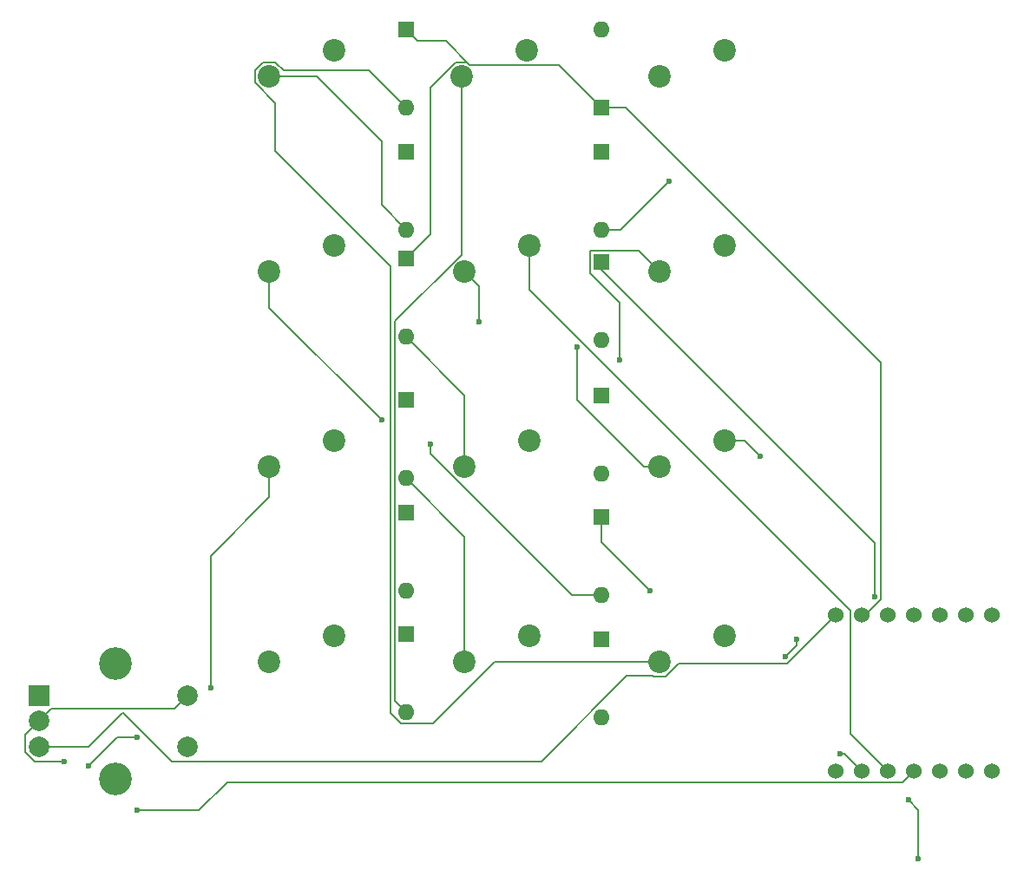
<source format=gbr>
%TF.GenerationSoftware,KiCad,Pcbnew,8.0.8*%
%TF.CreationDate,2025-03-23T18:30:03-07:00*%
%TF.ProjectId,Turtlepad Finalplz,54757274-6c65-4706-9164-2046696e616c,rev?*%
%TF.SameCoordinates,Original*%
%TF.FileFunction,Copper,L2,Bot*%
%TF.FilePolarity,Positive*%
%FSLAX46Y46*%
G04 Gerber Fmt 4.6, Leading zero omitted, Abs format (unit mm)*
G04 Created by KiCad (PCBNEW 8.0.8) date 2025-03-23 18:30:03*
%MOMM*%
%LPD*%
G01*
G04 APERTURE LIST*
%TA.AperFunction,ComponentPad*%
%ADD10C,2.200000*%
%TD*%
%TA.AperFunction,ComponentPad*%
%ADD11C,1.524000*%
%TD*%
%TA.AperFunction,ComponentPad*%
%ADD12R,2.000000X2.000000*%
%TD*%
%TA.AperFunction,ComponentPad*%
%ADD13C,2.000000*%
%TD*%
%TA.AperFunction,ComponentPad*%
%ADD14C,3.200000*%
%TD*%
%TA.AperFunction,ComponentPad*%
%ADD15R,1.600000X1.600000*%
%TD*%
%TA.AperFunction,ComponentPad*%
%ADD16O,1.600000X1.600000*%
%TD*%
%TA.AperFunction,ViaPad*%
%ADD17C,0.600000*%
%TD*%
%TA.AperFunction,Conductor*%
%ADD18C,0.200000*%
%TD*%
G04 APERTURE END LIST*
D10*
%TO.P,SW8,1,1*%
%TO.N,Net-(U1-GPIO2{slash}SCK)*%
X131127500Y-68738750D03*
%TO.P,SW8,2,2*%
%TO.N,Net-(D6-A)*%
X124777500Y-71278750D03*
%TD*%
%TO.P,SW3,1,1*%
%TO.N,Net-(U1-GPIO1{slash}RX)*%
X93027500Y-87788750D03*
%TO.P,SW3,2,2*%
%TO.N,Net-(D4-A)*%
X86677500Y-90328750D03*
%TD*%
%TO.P,SW12,1,1*%
%TO.N,Net-(U1-GPIO1{slash}RX)*%
X93027500Y-106838750D03*
%TO.P,SW12,2,2*%
%TO.N,Net-(D12-A)*%
X86677500Y-109378750D03*
%TD*%
%TO.P,SW10,1,1*%
%TO.N,Net-(U1-GPIO2{slash}SCK)*%
X131127500Y-106838750D03*
%TO.P,SW10,2,2*%
%TO.N,Net-(D13-A)*%
X124777500Y-109378750D03*
%TD*%
%TO.P,SW7,1,1*%
%TO.N,Net-(U1-GPIO2{slash}SCK)*%
X131127500Y-49688750D03*
%TO.P,SW7,2,2*%
%TO.N,Net-(D3-A)*%
X124777500Y-52228750D03*
%TD*%
%TO.P,SW5,1,1*%
%TO.N,Net-(U1-GPIO4{slash}MISO)*%
X112077500Y-68738750D03*
%TO.P,SW5,2,2*%
%TO.N,Net-(D8-A)*%
X105727500Y-71278750D03*
%TD*%
D11*
%TO.P,U1,1,GPIO26/ADC0/A0*%
%TO.N,Net-(U1-GPIO26{slash}ADC0{slash}A0)*%
X157162500Y-104775000D03*
%TO.P,U1,2,GPIO27/ADC1/A1*%
%TO.N,Net-(D1-DIN)*%
X154622500Y-104775000D03*
%TO.P,U1,3,GPIO28/ADC2/A2*%
%TO.N,Net-(D2-K)*%
X152082500Y-104775000D03*
%TO.P,U1,4,GPIO29/ADC3/A3*%
%TO.N,Net-(D5-K)*%
X149542500Y-104775000D03*
%TO.P,U1,5,GPIO6/SDA*%
%TO.N,Net-(D10-K)*%
X147002500Y-104775000D03*
%TO.P,U1,6,GPIO7/SCL*%
%TO.N,Net-(D11-K)*%
X144462500Y-104775000D03*
%TO.P,U1,7,GPIO0/TX*%
%TO.N,Net-(U1-GPIO0{slash}TX)*%
X141922500Y-104775000D03*
%TO.P,U1,8,GPIO1/RX*%
%TO.N,Net-(U1-GPIO1{slash}RX)*%
X141922500Y-120015000D03*
%TO.P,U1,9,GPIO2/SCK*%
%TO.N,Net-(U1-GPIO2{slash}SCK)*%
X144462500Y-120015000D03*
%TO.P,U1,10,GPIO4/MISO*%
%TO.N,Net-(U1-GPIO4{slash}MISO)*%
X147002500Y-120015000D03*
%TO.P,U1,11,GPIO3/MOSI*%
%TO.N,Net-(U1-GPIO3{slash}MOSI)*%
X149542500Y-120015000D03*
%TO.P,U1,12,3V3*%
%TO.N,unconnected-(U1-3V3-Pad12)*%
X152082500Y-120015000D03*
%TO.P,U1,13,GND*%
%TO.N,GND*%
X154622500Y-120015000D03*
%TO.P,U1,14,VBUS*%
%TO.N,+5V*%
X157162500Y-120015000D03*
%TD*%
D10*
%TO.P,SW4,1,1*%
%TO.N,Net-(U1-GPIO1{slash}RX)*%
X111760000Y-49688750D03*
%TO.P,SW4,2,2*%
%TO.N,Net-(D7-A)*%
X105410000Y-52228750D03*
%TD*%
%TO.P,SW11,1,1*%
%TO.N,Net-(U1-GPIO2{slash}SCK)*%
X112077500Y-106838750D03*
%TO.P,SW11,2,2*%
%TO.N,Net-(D9-A)*%
X105727500Y-109378750D03*
%TD*%
%TO.P,SW9,1,1*%
%TO.N,Net-(U1-GPIO1{slash}RX)*%
X131127500Y-87788750D03*
%TO.P,SW9,2,2*%
%TO.N,Net-(D10-A)*%
X124777500Y-90328750D03*
%TD*%
%TO.P,SW1,1,1*%
%TO.N,Net-(U1-GPIO4{slash}MISO)*%
X93027500Y-49688750D03*
%TO.P,SW1,2,2*%
%TO.N,Net-(D2-A)*%
X86677500Y-52228750D03*
%TD*%
%TO.P,SW6,1,1*%
%TO.N,Net-(U1-GPIO2{slash}SCK)*%
X112077500Y-87788750D03*
%TO.P,SW6,2,2*%
%TO.N,Net-(D11-A)*%
X105727500Y-90328750D03*
%TD*%
%TO.P,SW2,1,1*%
%TO.N,Net-(U1-GPIO4{slash}MISO)*%
X93027500Y-68738750D03*
%TO.P,SW2,2,2*%
%TO.N,Net-(D5-A)*%
X86677500Y-71278750D03*
%TD*%
D12*
%TO.P,SW15,A,A*%
%TO.N,Net-(U1-GPIO26{slash}ADC0{slash}A0)*%
X64187500Y-112637500D03*
D13*
%TO.P,SW15,B,B*%
%TO.N,Net-(U1-GPIO0{slash}TX)*%
X64187500Y-117637500D03*
%TO.P,SW15,C,C*%
%TO.N,GND*%
X64187500Y-115137500D03*
D14*
%TO.P,SW15,MP*%
%TO.N,N/C*%
X71687500Y-109537500D03*
X71687500Y-120737500D03*
D13*
%TO.P,SW15,S1,S1*%
%TO.N,Net-(U1-GPIO3{slash}MOSI)*%
X78687500Y-117637500D03*
%TO.P,SW15,S2,S2*%
%TO.N,GND*%
X78687500Y-112637500D03*
%TD*%
D15*
%TO.P,D9,1,K*%
%TO.N,Net-(D10-K)*%
X100012500Y-83820000D03*
D16*
%TO.P,D9,2,A*%
%TO.N,Net-(D9-A)*%
X100012500Y-91440000D03*
%TD*%
D15*
%TO.P,D11,1,K*%
%TO.N,Net-(D11-K)*%
X100012500Y-70008750D03*
D16*
%TO.P,D11,2,A*%
%TO.N,Net-(D11-A)*%
X100012500Y-77628750D03*
%TD*%
D15*
%TO.P,D3,1,K*%
%TO.N,Net-(D2-K)*%
X119062500Y-59531250D03*
D16*
%TO.P,D3,2,A*%
%TO.N,Net-(D3-A)*%
X119062500Y-67151250D03*
%TD*%
D15*
%TO.P,D7,1,K*%
%TO.N,Net-(D5-K)*%
X100012500Y-106680000D03*
D16*
%TO.P,D7,2,A*%
%TO.N,Net-(D7-A)*%
X100012500Y-114300000D03*
%TD*%
D15*
%TO.P,D6,1,K*%
%TO.N,Net-(D5-K)*%
X119062500Y-83343750D03*
D16*
%TO.P,D6,2,A*%
%TO.N,Net-(D6-A)*%
X119062500Y-90963750D03*
%TD*%
D15*
%TO.P,D12,1,K*%
%TO.N,Net-(D11-K)*%
X119062500Y-55245000D03*
D16*
%TO.P,D12,2,A*%
%TO.N,Net-(D12-A)*%
X119062500Y-47625000D03*
%TD*%
D15*
%TO.P,D10,1,K*%
%TO.N,Net-(D10-K)*%
X119062500Y-70356250D03*
D16*
%TO.P,D10,2,A*%
%TO.N,Net-(D10-A)*%
X119062500Y-77976250D03*
%TD*%
D15*
%TO.P,D8,1,K*%
%TO.N,Net-(D10-K)*%
X100012500Y-94773750D03*
D16*
%TO.P,D8,2,A*%
%TO.N,Net-(D8-A)*%
X100012500Y-102393750D03*
%TD*%
D15*
%TO.P,D4,1,K*%
%TO.N,Net-(D2-K)*%
X119062500Y-107156250D03*
D16*
%TO.P,D4,2,A*%
%TO.N,Net-(D4-A)*%
X119062500Y-114776250D03*
%TD*%
D15*
%TO.P,D5,1,K*%
%TO.N,Net-(D5-K)*%
X119062500Y-95250000D03*
D16*
%TO.P,D5,2,A*%
%TO.N,Net-(D5-A)*%
X119062500Y-102870000D03*
%TD*%
D15*
%TO.P,D13,1,K*%
%TO.N,Net-(D11-K)*%
X100012500Y-47625000D03*
D16*
%TO.P,D13,2,A*%
%TO.N,Net-(D13-A)*%
X100012500Y-55245000D03*
%TD*%
D15*
%TO.P,D2,1,K*%
%TO.N,Net-(D2-K)*%
X100012500Y-59531250D03*
D16*
%TO.P,D2,2,A*%
%TO.N,Net-(D2-A)*%
X100012500Y-67151250D03*
%TD*%
D17*
%TO.N,+5V*%
X149027467Y-122833717D03*
X150018750Y-128587500D03*
%TO.N,Net-(D3-A)*%
X125678015Y-62440735D03*
%TO.N,Net-(D4-A)*%
X80962500Y-111918750D03*
%TO.N,Net-(D5-A)*%
X102393750Y-88106250D03*
X97631250Y-85725000D03*
%TO.N,Net-(D5-K)*%
X123825000Y-102393750D03*
%TO.N,Net-(D6-A)*%
X120843750Y-79871028D03*
%TO.N,Net-(D8-A)*%
X107156250Y-76200000D03*
%TO.N,Net-(D10-K)*%
X145724500Y-102993750D03*
%TO.N,Net-(D10-A)*%
X116681250Y-78581250D03*
%TO.N,Net-(U1-GPIO1{slash}RX)*%
X134540625Y-89296875D03*
%TO.N,Net-(U1-GPIO2{slash}SCK)*%
X138112500Y-107156250D03*
X137010222Y-108838750D03*
X142394383Y-118353000D03*
%TO.N,Net-(U1-GPIO3{slash}MOSI)*%
X73818750Y-116681250D03*
X69056250Y-119475981D03*
X73818750Y-123825000D03*
%TO.N,GND*%
X66675000Y-119062500D03*
%TD*%
D18*
%TO.N,+5V*%
X150018750Y-128587500D02*
X150018750Y-123825000D01*
X150018750Y-123825000D02*
X149027467Y-122833717D01*
%TO.N,Net-(D2-A)*%
X97631250Y-58589098D02*
X97631250Y-64770000D01*
X91270902Y-52228750D02*
X97631250Y-58589098D01*
X97631250Y-64770000D02*
X100012500Y-67151250D01*
X86677500Y-52228750D02*
X91270902Y-52228750D01*
%TO.N,Net-(D3-A)*%
X125678015Y-62440735D02*
X120967500Y-67151250D01*
X120967500Y-67151250D02*
X119062500Y-67151250D01*
%TO.N,Net-(D4-A)*%
X86677500Y-93295806D02*
X86677500Y-90328750D01*
X80962500Y-111918750D02*
X80962500Y-99010806D01*
X80962500Y-99010806D02*
X86677500Y-93295806D01*
%TO.N,Net-(D5-A)*%
X102393750Y-89048402D02*
X102393750Y-88106250D01*
X119062500Y-102870000D02*
X116215348Y-102870000D01*
X116215348Y-102870000D02*
X102393750Y-89048402D01*
X86677500Y-74771250D02*
X86677500Y-71278750D01*
X97631250Y-85725000D02*
X86677500Y-74771250D01*
%TO.N,Net-(D5-K)*%
X119062500Y-97631250D02*
X119062500Y-95250000D01*
X123825000Y-102393750D02*
X119062500Y-97631250D01*
%TO.N,Net-(D6-A)*%
X122755000Y-69256250D02*
X124777500Y-71278750D01*
X117962500Y-71456250D02*
X117962500Y-69256250D01*
X120843750Y-74337500D02*
X117962500Y-71456250D01*
X120843750Y-79871028D02*
X120843750Y-74337500D01*
X117962500Y-69256250D02*
X122755000Y-69256250D01*
%TO.N,Net-(D7-A)*%
X98912500Y-76113851D02*
X98912500Y-113200000D01*
X105410000Y-52228750D02*
X105410000Y-69616351D01*
X98912500Y-113200000D02*
X100012500Y-114300000D01*
X105410000Y-69616351D02*
X98912500Y-76113851D01*
%TO.N,Net-(D8-A)*%
X107156250Y-72707500D02*
X105727500Y-71278750D01*
X107156250Y-76200000D02*
X107156250Y-72707500D01*
%TO.N,Net-(D10-K)*%
X145724500Y-97732806D02*
X119062500Y-71070806D01*
X145724500Y-102993750D02*
X145724500Y-97732806D01*
X119062500Y-71070806D02*
X119062500Y-70356250D01*
%TO.N,Net-(D9-A)*%
X105727500Y-109378750D02*
X105727500Y-97155000D01*
X105727500Y-97155000D02*
X100012500Y-91440000D01*
%TO.N,Net-(D10-A)*%
X124777500Y-90328750D02*
X123221866Y-90328750D01*
X116681250Y-83788134D02*
X116681250Y-78581250D01*
X123221866Y-90328750D02*
X116681250Y-83788134D01*
%TO.N,Net-(D11-A)*%
X105727500Y-83343750D02*
X105727500Y-90328750D01*
X100012500Y-77628750D02*
X105727500Y-83343750D01*
%TO.N,Net-(D11-K)*%
X146324500Y-103242279D02*
X146324500Y-80125750D01*
X102393750Y-53265101D02*
X102393750Y-67627500D01*
X114906250Y-51088750D02*
X106249899Y-51088750D01*
X103886149Y-48725000D02*
X106249899Y-51088750D01*
X144462500Y-104775000D02*
X144791779Y-104775000D01*
X104830101Y-50828750D02*
X102393750Y-53265101D01*
X119062500Y-55245000D02*
X114906250Y-51088750D01*
X102393750Y-67627500D02*
X100012500Y-70008750D01*
X146324500Y-80125750D02*
X121443750Y-55245000D01*
X105989899Y-50828750D02*
X104830101Y-50828750D01*
X106249899Y-51088750D02*
X105989899Y-50828750D01*
X121443750Y-55245000D02*
X119062500Y-55245000D01*
X144791779Y-104775000D02*
X146324500Y-103242279D01*
X101112500Y-48725000D02*
X103886149Y-48725000D01*
X100012500Y-47625000D02*
X101112500Y-48725000D01*
%TO.N,Net-(D13-A)*%
X108694556Y-109378750D02*
X124777500Y-109378750D01*
X99556865Y-115400000D02*
X102673306Y-115400000D01*
X87257399Y-54788548D02*
X87257399Y-59453649D01*
X88077500Y-51648851D02*
X87257399Y-50828750D01*
X85277500Y-51648851D02*
X85277500Y-52808649D01*
X86097601Y-50828750D02*
X85277500Y-51648851D01*
X100012500Y-55245000D02*
X96416351Y-51648851D01*
X102673306Y-115400000D02*
X108694556Y-109378750D01*
X98512500Y-114355635D02*
X99556865Y-115400000D01*
X96416351Y-51648851D02*
X88077500Y-51648851D01*
X87257399Y-50828750D02*
X86097601Y-50828750D01*
X87257399Y-59453649D02*
X98512500Y-70708750D01*
X98512500Y-70708750D02*
X98512500Y-114355635D01*
X85277500Y-52808649D02*
X87257399Y-54788548D01*
%TO.N,Net-(U1-GPIO4{slash}MISO)*%
X112077500Y-68738750D02*
X111918750Y-68897500D01*
X111918750Y-68897500D02*
X111918750Y-69056250D01*
X143400500Y-116413000D02*
X147002500Y-120015000D01*
X112077500Y-68738750D02*
X112077500Y-73035348D01*
X112077500Y-73035348D02*
X143400500Y-104358348D01*
X143400500Y-104358348D02*
X143400500Y-116413000D01*
%TO.N,Net-(U1-GPIO1{slash}RX)*%
X133032500Y-87788750D02*
X131127500Y-87788750D01*
X134540625Y-89296875D02*
X133032500Y-87788750D01*
%TO.N,Net-(U1-GPIO2{slash}SCK)*%
X138112500Y-107156250D02*
X138112500Y-107736472D01*
X138112500Y-107736472D02*
X137010222Y-108838750D01*
X142800500Y-118353000D02*
X144462500Y-120015000D01*
X142394383Y-118353000D02*
X142800500Y-118353000D01*
%TO.N,Net-(U1-GPIO3{slash}MOSI)*%
X79829000Y-123825000D02*
X73818750Y-123825000D01*
X82577000Y-121077000D02*
X79829000Y-123825000D01*
X149542500Y-120015000D02*
X148480500Y-121077000D01*
X71850981Y-116681250D02*
X73818750Y-116681250D01*
X148480500Y-121077000D02*
X82577000Y-121077000D01*
X69056250Y-119475981D02*
X71850981Y-116681250D01*
%TO.N,Net-(U1-GPIO0{slash}TX)*%
X121564365Y-110718750D02*
X113220615Y-119062500D01*
X141922500Y-104775000D02*
X137160000Y-109537500D01*
X125357399Y-110778750D02*
X124197601Y-110778750D01*
X72356250Y-114337500D02*
X69056250Y-117637500D01*
X126598649Y-109537500D02*
X125357399Y-110778750D01*
X124197601Y-110778750D02*
X124137601Y-110718750D01*
X69056250Y-117637500D02*
X64187500Y-117637500D01*
X72431250Y-114337500D02*
X72356250Y-114337500D01*
X137160000Y-109537500D02*
X126598649Y-109537500D01*
X77156250Y-119062500D02*
X72431250Y-114337500D01*
X124137601Y-110718750D02*
X121564365Y-110718750D01*
X113220615Y-119062500D02*
X77156250Y-119062500D01*
%TO.N,GND*%
X62887500Y-116437500D02*
X62887500Y-118175978D01*
X64187500Y-115137500D02*
X62887500Y-116437500D01*
X65387500Y-113937500D02*
X64187500Y-115137500D01*
X77387500Y-113937500D02*
X65387500Y-113937500D01*
X63774022Y-119062500D02*
X66675000Y-119062500D01*
X62887500Y-118175978D02*
X63774022Y-119062500D01*
X78687500Y-112637500D02*
X77387500Y-113937500D01*
%TD*%
M02*

</source>
